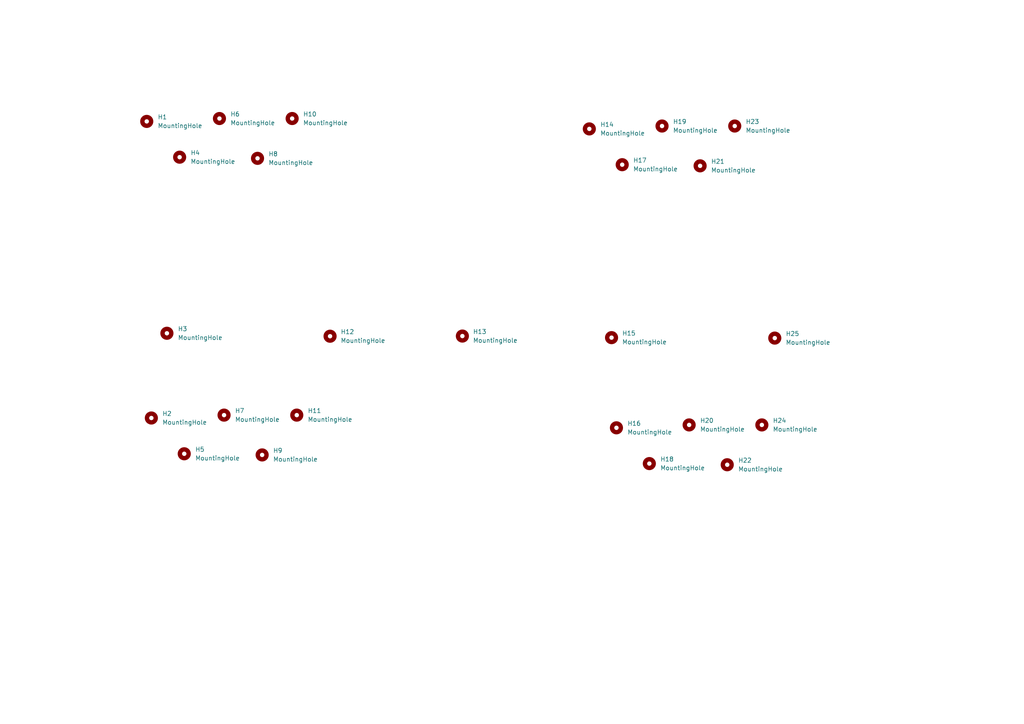
<source format=kicad_sch>
(kicad_sch (version 20211123) (generator eeschema)
  (paper "A4")
  (lib_symbols
    (symbol "Mechanical:MountingHole" (pin_names (offset 1.016))
      (property "Reference" "H" (at 0 5.08 0))
      (property "Value" "MountingHole" (at 0 3.175 0))
      (symbol "MountingHole_0_1"
        (circle (center 0 0) (radius 1.27) (stroke (width 1.27)))
      )
    )
  )
  (symbol (lib_id "Mechanical:MountingHole") (at 42.5609 35.2136 0) (unit 1)
    (property "Reference" "H1" (at 45.72 33.9435 0) (effects (justify left)))
    (property "Value" "MountingHole" (at 45.72 36.4835 0) (effects (justify left)))
    (property "Footprint" "MountingHole:MountingHole_2mm" (effects hide))
  )
  (symbol (lib_id "Mechanical:MountingHole") (at 178.7936 124.0828 0) (unit 1)
    (property "Reference" "H16" (at 181.9527 122.8127 0) (effects (justify left)))
    (property "Value" "MountingHole" (at 181.9527 125.3527 0) (effects (justify left)))
    (property "Footprint" "MountingHole:MountingHole_2mm" (effects hide))
  )
  (symbol (lib_id "Mechanical:MountingHole") (at 180.4672 47.7657 0) (unit 1)
    (property "Reference" "H17" (at 183.6263 46.4956 0) (effects (justify left)))
    (property "Value" "MountingHole" (at 183.6263 49.0356 0) (effects (justify left)))
    (property "Footprint" "MountingHole:MountingHole_2mm" (effects hide))
  )
  (symbol (lib_id "Mechanical:MountingHole") (at 177.3741 97.9302 0) (unit 1)
    (property "Reference" "H15" (at 180.4262 96.6601 0) (effects (justify left)))
    (property "Value" "MountingHole" (at 180.4262 99.2001 0) (effects (justify left)))
    (property "Footprint" "MountingHole:MountingHole_2.5mm" (effects hide))
  )
  (symbol (lib_id "Mechanical:MountingHole") (at 76.0333 131.9488 0) (unit 1)
    (property "Reference" "H9" (at 79.1924 130.6787 0) (effects (justify left)))
    (property "Value" "MountingHole" (at 79.1924 133.2187 0) (effects (justify left)))
    (property "Footprint" "MountingHole:MountingHole_2mm" (effects hide))
  )
  (symbol (lib_id "Mechanical:MountingHole") (at 53.4394 131.6141 0) (unit 1)
    (property "Reference" "H5" (at 56.5985 130.344 0) (effects (justify left)))
    (property "Value" "MountingHole" (at 56.5985 132.884 0) (effects (justify left)))
    (property "Footprint" "MountingHole:MountingHole_2mm" (effects hide))
  )
  (symbol (lib_id "Mechanical:MountingHole") (at 95.7333 97.5179 0) (unit 1)
    (property "Reference" "H12" (at 98.7854 96.2478 0) (effects (justify left)))
    (property "Value" "MountingHole" (at 98.7854 98.7878 0) (effects (justify left)))
    (property "Footprint" "MountingHole:MountingHole_2.5mm" (effects hide))
  )
  (symbol (lib_id "Mechanical:MountingHole") (at 74.6944 45.9247 0) (unit 1)
    (property "Reference" "H8" (at 77.8535 44.6546 0) (effects (justify left)))
    (property "Value" "MountingHole" (at 77.8535 47.1946 0) (effects (justify left)))
    (property "Footprint" "MountingHole:MountingHole_2mm" (effects hide))
  )
  (symbol (lib_id "Mechanical:MountingHole") (at 52.1005 45.59 0) (unit 1)
    (property "Reference" "H4" (at 55.2596 44.3199 0) (effects (justify left)))
    (property "Value" "MountingHole" (at 55.2596 46.8599 0) (effects (justify left)))
    (property "Footprint" "MountingHole:MountingHole_2mm" (effects hide))
  )
  (symbol (lib_id "Mechanical:MountingHole") (at 64.9874 120.4009 0) (unit 1)
    (property "Reference" "H7" (at 68.1465 119.1308 0) (effects (justify left)))
    (property "Value" "MountingHole" (at 68.1465 121.6708 0) (effects (justify left)))
    (property "Footprint" "MountingHole:MountingHole_2mm" (effects hide))
  )
  (symbol (lib_id "Mechanical:MountingHole") (at 170.9276 37.3893 0) (unit 1)
    (property "Reference" "H14" (at 174.0867 36.1192 0) (effects (justify left)))
    (property "Value" "MountingHole" (at 174.0867 38.6592 0) (effects (justify left)))
    (property "Footprint" "MountingHole:MountingHole_2mm" (effects hide))
  )
  (symbol (lib_id "Mechanical:MountingHole") (at 203.0611 48.1004 0) (unit 1)
    (property "Reference" "H21" (at 206.2202 46.8303 0) (effects (justify left)))
    (property "Value" "MountingHole" (at 206.2202 49.3703 0) (effects (justify left)))
    (property "Footprint" "MountingHole:MountingHole_2mm" (effects hide))
  )
  (symbol (lib_id "Mechanical:MountingHole") (at 192.0152 36.5525 0) (unit 1)
    (property "Reference" "H19" (at 195.1743 35.2824 0) (effects (justify left)))
    (property "Value" "MountingHole" (at 195.1743 37.8224 0) (effects (justify left)))
    (property "Footprint" "MountingHole:MountingHole_2mm" (effects hide))
  )
  (symbol (lib_id "Mechanical:MountingHole") (at 86.075 120.4009 0) (unit 1)
    (property "Reference" "H11" (at 89.2341 119.1308 0) (effects (justify left)))
    (property "Value" "MountingHole" (at 89.2341 121.6708 0) (effects (justify left)))
    (property "Footprint" "MountingHole:MountingHole_2mm" (effects hide))
  )
  (symbol (lib_id "Mechanical:MountingHole") (at 134.1079 97.4723 0) (unit 1)
    (property "Reference" "H13" (at 137.16 96.2022 0) (effects (justify left)))
    (property "Value" "MountingHole" (at 137.16 98.7422 0) (effects (justify left)))
    (property "Footprint" "MountingHole:MountingHole_2.5mm" (effects hide))
  )
  (symbol (lib_id "Mechanical:MountingHole") (at 48.4103 96.6625 0) (unit 1)
    (property "Reference" "H3" (at 51.5694 95.3924 0) (effects (justify left)))
    (property "Value" "MountingHole" (at 51.5694 97.9324 0) (effects (justify left)))
    (property "Footprint" "MountingHole:MountingHole_2mm" (effects hide))
  )
  (symbol (lib_id "Mechanical:MountingHole") (at 213.1028 36.5525 0) (unit 1)
    (property "Reference" "H23" (at 216.2619 35.2824 0) (effects (justify left)))
    (property "Value" "MountingHole" (at 216.2619 37.8224 0) (effects (justify left)))
    (property "Footprint" "MountingHole:MountingHole_2mm" (effects hide))
  )
  (symbol (lib_id "Mechanical:MountingHole") (at 199.8812 123.246 0) (unit 1)
    (property "Reference" "H20" (at 203.0403 121.9759 0) (effects (justify left)))
    (property "Value" "MountingHole" (at 203.0403 124.5159 0) (effects (justify left)))
    (property "Footprint" "MountingHole:MountingHole_2mm" (effects hide))
  )
  (symbol (lib_id "Mechanical:MountingHole") (at 220.9688 123.246 0) (unit 1)
    (property "Reference" "H24" (at 224.1279 121.9759 0) (effects (justify left)))
    (property "Value" "MountingHole" (at 224.1279 124.5159 0) (effects (justify left)))
    (property "Footprint" "MountingHole:MountingHole_2mm" (effects hide))
  )
  (symbol (lib_id "Mechanical:MountingHole") (at 84.7361 34.3768 0) (unit 1)
    (property "Reference" "H10" (at 87.8952 33.1067 0) (effects (justify left)))
    (property "Value" "MountingHole" (at 87.8952 35.6467 0) (effects (justify left)))
    (property "Footprint" "MountingHole:MountingHole_2mm" (effects hide))
  )
  (symbol (lib_id "Mechanical:MountingHole") (at 43.8998 121.2377 0) (unit 1)
    (property "Reference" "H2" (at 47.0589 119.9676 0) (effects (justify left)))
    (property "Value" "MountingHole" (at 47.0589 122.5076 0) (effects (justify left)))
    (property "Footprint" "MountingHole:MountingHole_2mm" (effects hide))
  )
  (symbol (lib_id "Mechanical:MountingHole") (at 188.3332 134.4592 0) (unit 1)
    (property "Reference" "H18" (at 191.4923 133.1891 0) (effects (justify left)))
    (property "Value" "MountingHole" (at 191.4923 135.7291 0) (effects (justify left)))
    (property "Footprint" "MountingHole:MountingHole_2mm" (effects hide))
  )
  (symbol (lib_id "Mechanical:MountingHole") (at 63.6485 34.3768 0) (unit 1)
    (property "Reference" "H6" (at 66.8076 33.1067 0) (effects (justify left)))
    (property "Value" "MountingHole" (at 66.8076 35.6467 0) (effects (justify left)))
    (property "Footprint" "MountingHole:MountingHole_2mm" (effects hide))
  )
  (symbol (lib_id "Mechanical:MountingHole") (at 224.7159 98.0617 0) (unit 1)
    (property "Reference" "H25" (at 227.875 96.7916 0) (effects (justify left)))
    (property "Value" "MountingHole" (at 227.875 99.3316 0) (effects (justify left)))
    (property "Footprint" "MountingHole:MountingHole_2mm" (effects hide))
  )
  (symbol (lib_id "Mechanical:MountingHole") (at 210.9271 134.7939 0) (unit 1)
    (property "Reference" "H22" (at 214.0862 133.5238 0) (effects (justify left)))
    (property "Value" "MountingHole" (at 214.0862 136.0638 0) (effects (justify left)))
    (property "Footprint" "MountingHole:MountingHole_2mm" (effects hide))
  )
)
</source>
